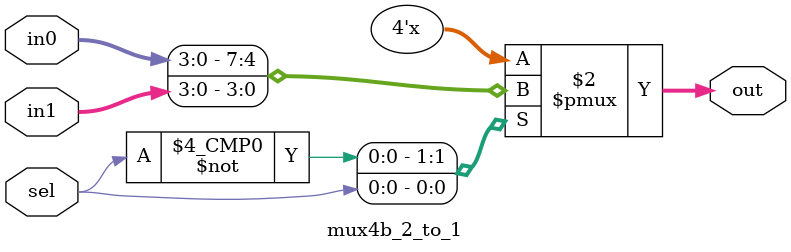
<source format=v>
`timescale 1ns / 1ps
module mux4b_2_to_1(in0,in1,sel,out);
input [3:0] in0,in1;
input  sel;
output [3:0] out;
reg [3:0] out;
always @(sel or in0 or in1)
begin
   case(sel)
    1'b0: out=in0;
    1'b1: out=in1;
   endcase
end
endmodule
</source>
